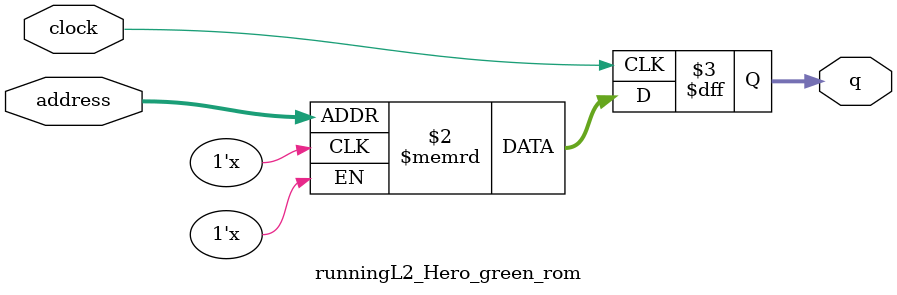
<source format=sv>
module runningL2_Hero_green_rom (
	input logic clock,
	input logic [11:0] address,
	output logic [2:0] q
);

logic [2:0] memory [0:2639] /* synthesis ram_init_file = "./runningL2_Hero_green/runningL2_Hero_green.mif" */;

always_ff @ (posedge clock) begin
	q <= memory[address];
end

endmodule

</source>
